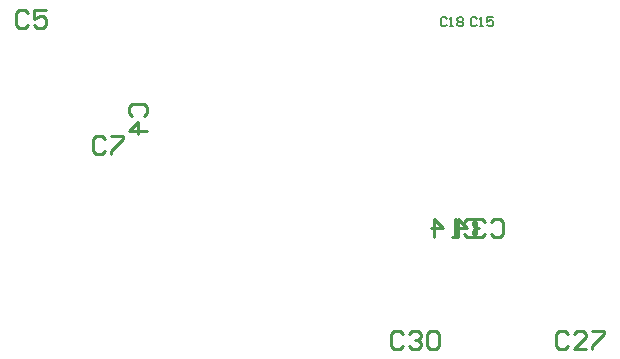
<source format=gbr>
G04 Layer_Color=32896*
%FSLAX25Y25*%
%MOIN*%
%TF.FileFunction,Legend,Bot*%
%TF.Part,Single*%
G01*
G75*
%TA.AperFunction,NonConductor*%
%ADD34C,0.01000*%
%ADD39C,0.00800*%
D34*
X77499Y104998D02*
X76499Y105998D01*
X74500D01*
X73500Y104998D01*
Y101000D01*
X74500Y100000D01*
X76499D01*
X77499Y101000D01*
X79498Y105998D02*
X83497D01*
Y104998D01*
X79498Y101000D01*
Y100000D01*
X51999Y146998D02*
X50999Y147998D01*
X49000D01*
X48000Y146998D01*
Y143000D01*
X49000Y142000D01*
X50999D01*
X51999Y143000D01*
X57997Y147998D02*
X53998D01*
Y144999D01*
X55997Y145999D01*
X56997D01*
X57997Y144999D01*
Y143000D01*
X56997Y142000D01*
X54998D01*
X53998Y143000D01*
X231999Y39998D02*
X230999Y40998D01*
X229000D01*
X228000Y39998D01*
Y36000D01*
X229000Y35000D01*
X230999D01*
X231999Y36000D01*
X237997Y35000D02*
X233998D01*
X237997Y38999D01*
Y39998D01*
X236997Y40998D01*
X234998D01*
X233998Y39998D01*
X239996Y40998D02*
X243995D01*
Y39998D01*
X239996Y36000D01*
Y35000D01*
X206301Y77151D02*
X207301Y78151D01*
X209300D01*
X210300Y77151D01*
Y73152D01*
X209300Y72153D01*
X207301D01*
X206301Y73152D01*
X204302Y77151D02*
X203302Y78151D01*
X201303D01*
X200303Y77151D01*
Y76152D01*
X201303Y75152D01*
X202303D01*
X201303D01*
X200303Y74152D01*
Y73152D01*
X201303Y72153D01*
X203302D01*
X204302Y73152D01*
X195305Y72153D02*
Y78151D01*
X198304Y75152D01*
X194305D01*
X176999Y36002D02*
X175999Y35002D01*
X174000D01*
X173000Y36002D01*
Y40000D01*
X174000Y41000D01*
X175999D01*
X176999Y40000D01*
X178998Y36002D02*
X179998Y35002D01*
X181997D01*
X182997Y36002D01*
Y37001D01*
X181997Y38001D01*
X180997D01*
X181997D01*
X182997Y39001D01*
Y40000D01*
X181997Y41000D01*
X179998D01*
X178998Y40000D01*
X184996Y36002D02*
X185996Y35002D01*
X187995D01*
X188995Y36002D01*
Y40000D01*
X187995Y41000D01*
X185996D01*
X184996Y40000D01*
Y36002D01*
X197301Y77151D02*
X198301Y78151D01*
X200300D01*
X201300Y77151D01*
Y73152D01*
X200300Y72153D01*
X198301D01*
X197301Y73152D01*
X195302Y72153D02*
X193303D01*
X194302D01*
Y78151D01*
X195302Y77151D01*
X187305Y72153D02*
Y78151D01*
X190304Y75152D01*
X186305D01*
X86502Y112501D02*
X85502Y113501D01*
Y115500D01*
X86502Y116500D01*
X90500D01*
X91500Y115500D01*
Y113501D01*
X90500Y112501D01*
X91500Y107503D02*
X85502D01*
X88501Y110502D01*
Y106503D01*
D39*
X191499Y144999D02*
X190999Y145499D01*
X190000D01*
X189500Y144999D01*
Y143000D01*
X190000Y142500D01*
X190999D01*
X191499Y143000D01*
X192499Y142500D02*
X193499D01*
X192999D01*
Y145499D01*
X192499Y144999D01*
X194998D02*
X195498Y145499D01*
X196498D01*
X196998Y144999D01*
Y144499D01*
X196498Y144000D01*
X196998Y143500D01*
Y143000D01*
X196498Y142500D01*
X195498D01*
X194998Y143000D01*
Y143500D01*
X195498Y144000D01*
X194998Y144499D01*
Y144999D01*
X195498Y144000D02*
X196498D01*
X201499Y144999D02*
X200999Y145499D01*
X200000D01*
X199500Y144999D01*
Y143000D01*
X200000Y142500D01*
X200999D01*
X201499Y143000D01*
X202499Y142500D02*
X203499D01*
X202999D01*
Y145499D01*
X202499Y144999D01*
X206998Y145499D02*
X204998D01*
Y144000D01*
X205998Y144499D01*
X206498D01*
X206998Y144000D01*
Y143000D01*
X206498Y142500D01*
X205498D01*
X204998Y143000D01*
%TF.MD5,CAA4792C8F8D9DCDA2A045386E4791E1*%
M02*

</source>
